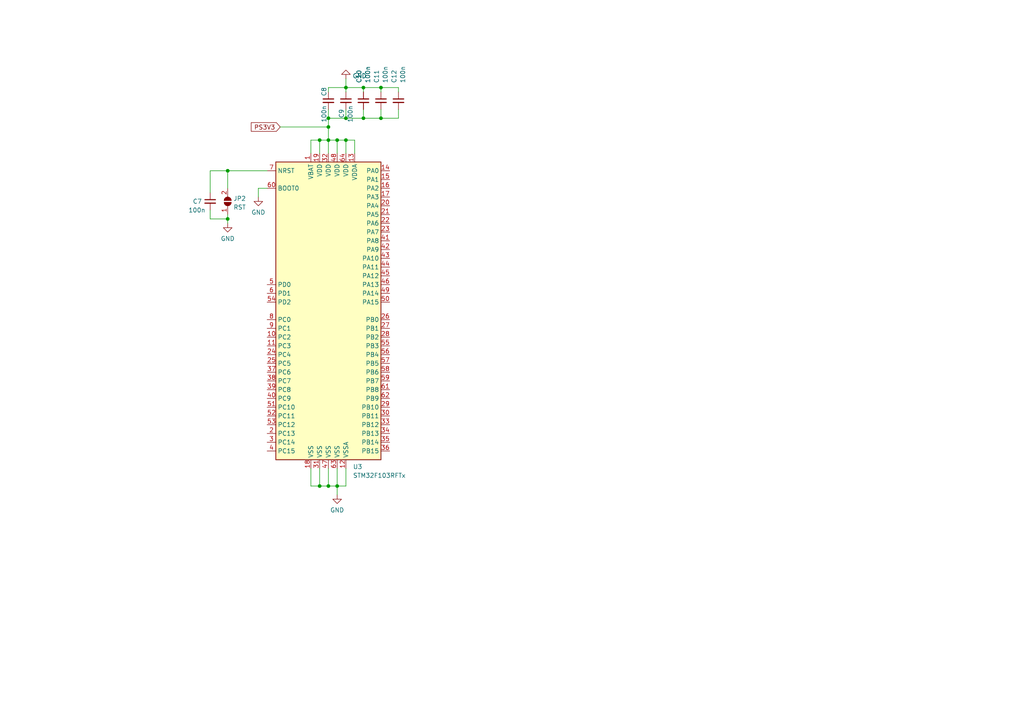
<source format=kicad_sch>
(kicad_sch (version 20211123) (generator eeschema)
  (paper "A4")
  (lib_symbols
    (symbol "Device:C_Small" (pin_numbers hide) (pin_names (offset 0.254) hide)
      (property "Reference" "C" (at 0.254 1.778 0))
      (property "Value" "C_Small" (at 0.254 -2.032 0))
      (symbol "C_Small_0_1"
        (polyline (pts (xy -1.524 -0.508) (xy 1.524 -0.508)) (stroke (width 0.3302)))
        (polyline (pts (xy -1.524 0.508) (xy 1.524 0.508)) (stroke (width 0.3048)))
      )
      (symbol "C_Small_1_1"
        (pin passive line (at 0 2.54 270) (length 2.032) (name "~") (number "1"))
        (pin passive line (at 0 -2.54 90) (length 2.032) (name "~") (number "2"))
      )
    )
    (symbol "Jumper:SolderJumper_2_Open" (pin_names (offset 0) hide)
      (property "Reference" "JP" (at 0 2.032 0))
      (property "Value" "SolderJumper_2_Open" (at 0 -2.54 0))
      (symbol "SolderJumper_2_Open_0_1"
        (arc (start -0.254 1.016) (mid -1.27 0) (end -0.254 -1.016))
        (arc (start -0.254 1.016) (mid -1.27 0) (end -0.254 -1.016) (fill (type outline)))
        (polyline (pts (xy -0.254 1.016) (xy -0.254 -1.016)))
        (polyline (pts (xy 0.254 1.016) (xy 0.254 -1.016)))
        (arc (start 0.254 -1.016) (mid 1.27 0) (end 0.254 1.016))
        (arc (start 0.254 -1.016) (mid 1.27 0) (end 0.254 1.016) (fill (type outline)))
      )
      (symbol "SolderJumper_2_Open_1_1"
        (pin passive line (at -3.81 0 0) (length 2.54) (name "A") (number "1"))
        (pin passive line (at 3.81 0 180) (length 2.54) (name "B") (number "2"))
      )
    )
    (symbol "MCU_ST_STM32F1:STM32F103RFTx"
      (property "Reference" "U" (at -15.24 44.45 0))
      (property "Value" "STM32F103RFTx" (at 10.16 44.45 0))
      (symbol "STM32F103RFTx_0_1"
        (rectangle (start -15.24 -43.18) (end 15.24 43.18) (stroke (width 0.254)) (fill (type background)))
      )
      (symbol "STM32F103RFTx_1_1"
        (pin power_in line (at -5.08 45.72 270) (length 2.54) (name "VBAT") (number "1"))
        (pin bidirectional line (at -17.78 -7.62 0) (length 2.54) (name "PC2") (number "10"))
        (pin bidirectional line (at -17.78 -10.16 0) (length 2.54) (name "PC3") (number "11"))
        (pin power_in line (at 5.08 -45.72 90) (length 2.54) (name "VSSA") (number "12"))
        (pin power_in line (at 7.62 45.72 270) (length 2.54) (name "VDDA") (number "13"))
        (pin bidirectional line (at 17.78 40.64 180) (length 2.54) (name "PA0") (number "14"))
        (pin bidirectional line (at 17.78 38.1 180) (length 2.54) (name "PA1") (number "15"))
        (pin bidirectional line (at 17.78 35.56 180) (length 2.54) (name "PA2") (number "16"))
        (pin bidirectional line (at 17.78 33.02 180) (length 2.54) (name "PA3") (number "17"))
        (pin power_in line (at -5.08 -45.72 90) (length 2.54) (name "VSS") (number "18"))
        (pin power_in line (at -2.54 45.72 270) (length 2.54) (name "VDD") (number "19"))
        (pin bidirectional line (at -17.78 -35.56 0) (length 2.54) (name "PC13") (number "2"))
        (pin bidirectional line (at 17.78 30.48 180) (length 2.54) (name "PA4") (number "20"))
        (pin bidirectional line (at 17.78 27.94 180) (length 2.54) (name "PA5") (number "21"))
        (pin bidirectional line (at 17.78 25.4 180) (length 2.54) (name "PA6") (number "22"))
        (pin bidirectional line (at 17.78 22.86 180) (length 2.54) (name "PA7") (number "23"))
        (pin bidirectional line (at -17.78 -12.7 0) (length 2.54) (name "PC4") (number "24"))
        (pin bidirectional line (at -17.78 -15.24 0) (length 2.54) (name "PC5") (number "25"))
        (pin bidirectional line (at 17.78 -2.54 180) (length 2.54) (name "PB0") (number "26"))
        (pin bidirectional line (at 17.78 -5.08 180) (length 2.54) (name "PB1") (number "27"))
        (pin bidirectional line (at 17.78 -7.62 180) (length 2.54) (name "PB2") (number "28"))
        (pin bidirectional line (at 17.78 -27.94 180) (length 2.54) (name "PB10") (number "29"))
        (pin bidirectional line (at -17.78 -38.1 0) (length 2.54) (name "PC14") (number "3"))
        (pin bidirectional line (at 17.78 -30.48 180) (length 2.54) (name "PB11") (number "30"))
        (pin power_in line (at -2.54 -45.72 90) (length 2.54) (name "VSS") (number "31"))
        (pin power_in line (at 0 45.72 270) (length 2.54) (name "VDD") (number "32"))
        (pin bidirectional line (at 17.78 -33.02 180) (length 2.54) (name "PB12") (number "33"))
        (pin bidirectional line (at 17.78 -35.56 180) (length 2.54) (name "PB13") (number "34"))
        (pin bidirectional line (at 17.78 -38.1 180) (length 2.54) (name "PB14") (number "35"))
        (pin bidirectional line (at 17.78 -40.64 180) (length 2.54) (name "PB15") (number "36"))
        (pin bidirectional line (at -17.78 -17.78 0) (length 2.54) (name "PC6") (number "37"))
        (pin bidirectional line (at -17.78 -20.32 0) (length 2.54) (name "PC7") (number "38"))
        (pin bidirectional line (at -17.78 -22.86 0) (length 2.54) (name "PC8") (number "39"))
        (pin bidirectional line (at -17.78 -40.64 0) (length 2.54) (name "PC15") (number "4"))
        (pin bidirectional line (at -17.78 -25.4 0) (length 2.54) (name "PC9") (number "40"))
        (pin bidirectional line (at 17.78 20.32 180) (length 2.54) (name "PA8") (number "41"))
        (pin bidirectional line (at 17.78 17.78 180) (length 2.54) (name "PA9") (number "42"))
        (pin bidirectional line (at 17.78 15.24 180) (length 2.54) (name "PA10") (number "43"))
        (pin bidirectional line (at 17.78 12.7 180) (length 2.54) (name "PA11") (number "44"))
        (pin bidirectional line (at 17.78 10.16 180) (length 2.54) (name "PA12") (number "45"))
        (pin bidirectional line (at 17.78 7.62 180) (length 2.54) (name "PA13") (number "46"))
        (pin power_in line (at 0 -45.72 90) (length 2.54) (name "VSS") (number "47"))
        (pin power_in line (at 2.54 45.72 270) (length 2.54) (name "VDD") (number "48"))
        (pin bidirectional line (at 17.78 5.08 180) (length 2.54) (name "PA14") (number "49"))
        (pin input line (at -17.78 7.62 0) (length 2.54) (name "PD0") (number "5"))
        (pin bidirectional line (at 17.78 2.54 180) (length 2.54) (name "PA15") (number "50"))
        (pin bidirectional line (at -17.78 -27.94 0) (length 2.54) (name "PC10") (number "51"))
        (pin bidirectional line (at -17.78 -30.48 0) (length 2.54) (name "PC11") (number "52"))
        (pin bidirectional line (at -17.78 -33.02 0) (length 2.54) (name "PC12") (number "53"))
        (pin bidirectional line (at -17.78 2.54 0) (length 2.54) (name "PD2") (number "54"))
        (pin bidirectional line (at 17.78 -10.16 180) (length 2.54) (name "PB3") (number "55"))
        (pin bidirectional line (at 17.78 -12.7 180) (length 2.54) (name "PB4") (number "56"))
        (pin bidirectional line (at 17.78 -15.24 180) (length 2.54) (name "PB5") (number "57"))
        (pin bidirectional line (at 17.78 -17.78 180) (length 2.54) (name "PB6") (number "58"))
        (pin bidirectional line (at 17.78 -20.32 180) (length 2.54) (name "PB7") (number "59"))
        (pin input line (at -17.78 5.08 0) (length 2.54) (name "PD1") (number "6"))
        (pin input line (at -17.78 35.56 0) (length 2.54) (name "BOOT0") (number "60"))
        (pin bidirectional line (at 17.78 -22.86 180) (length 2.54) (name "PB8") (number "61"))
        (pin bidirectional line (at 17.78 -25.4 180) (length 2.54) (name "PB9") (number "62"))
        (pin power_in line (at 2.54 -45.72 90) (length 2.54) (name "VSS") (number "63"))
        (pin power_in line (at 5.08 45.72 270) (length 2.54) (name "VDD") (number "64"))
        (pin input line (at -17.78 40.64 0) (length 2.54) (name "NRST") (number "7"))
        (pin bidirectional line (at -17.78 -2.54 0) (length 2.54) (name "PC0") (number "8"))
        (pin bidirectional line (at -17.78 -5.08 0) (length 2.54) (name "PC1") (number "9"))
      )
    )
    (symbol "power:GND" (power) (pin_names (offset 0))
      (property "Value" "GND" (at 0 -3.81 0))
      (symbol "GND_0_1"
        (polyline (pts (xy 0 0) (xy 0 -1.27) (xy 1.27 -1.27) (xy 0 -2.54) (xy -1.27 -1.27) (xy 0 -1.27)))
      )
      (symbol "GND_1_1"
        (pin power_in line (at 0 0 270) (length 0) hide (name "GND") (number "1"))
      )
    )
  )
  (junction (at 100.33 25.4))
  (junction (at 95.25 36.83))
  (junction (at 66.04 63.5))
  (junction (at 66.04 49.53))
  (junction (at 110.49 25.4))
  (junction (at 92.71 140.97))
  (junction (at 105.41 25.4))
  (junction (at 92.71 40.64))
  (junction (at 97.79 140.97))
  (junction (at 100.33 34.29))
  (junction (at 95.25 34.29))
  (junction (at 110.49 34.29))
  (junction (at 97.79 40.64))
  (junction (at 105.41 34.29))
  (junction (at 100.33 40.64))
  (junction (at 95.25 140.97))
  (junction (at 95.25 40.64))
  (wire (pts (xy 100.33 40.64) (xy 97.79 40.64)))
  (wire (pts (xy 74.93 57.15) (xy 74.93 54.61)))
  (wire (pts (xy 97.79 140.97) (xy 97.79 143.51)))
  (wire (pts (xy 110.49 25.4) (xy 110.49 26.67)))
  (wire (pts (xy 95.25 36.83) (xy 95.25 34.29)))
  (wire (pts (xy 90.17 40.64) (xy 90.17 44.45)))
  (wire (pts (xy 95.25 31.75) (xy 95.25 34.29)))
  (wire (pts (xy 60.96 63.5) (xy 66.04 63.5)))
  (wire (pts (xy 92.71 40.64) (xy 92.71 44.45)))
  (wire (pts (xy 110.49 31.75) (xy 110.49 34.29)))
  (wire (pts (xy 100.33 25.4) (xy 100.33 26.67)))
  (wire (pts (xy 74.93 54.61) (xy 77.47 54.61)))
  (wire (pts (xy 115.57 31.75) (xy 115.57 34.29)))
  (wire (pts (xy 95.25 40.64) (xy 92.71 40.64)))
  (wire (pts (xy 100.33 34.29) (xy 105.41 34.29)))
  (wire (pts (xy 105.41 25.4) (xy 110.49 25.4)))
  (wire (pts (xy 90.17 140.97) (xy 90.17 135.89)))
  (wire (pts (xy 66.04 63.5) (xy 66.04 64.77)))
  (wire (pts (xy 66.04 62.23) (xy 66.04 63.5)))
  (wire (pts (xy 92.71 40.64) (xy 90.17 40.64)))
  (wire (pts (xy 92.71 140.97) (xy 90.17 140.97)))
  (wire (pts (xy 100.33 31.75) (xy 100.33 34.29)))
  (wire (pts (xy 105.41 26.67) (xy 105.41 25.4)))
  (wire (pts (xy 95.25 140.97) (xy 92.71 140.97)))
  (wire (pts (xy 60.96 49.53) (xy 66.04 49.53)))
  (wire (pts (xy 97.79 140.97) (xy 95.25 140.97)))
  (wire (pts (xy 97.79 40.64) (xy 97.79 44.45)))
  (wire (pts (xy 110.49 34.29) (xy 115.57 34.29)))
  (wire (pts (xy 100.33 140.97) (xy 97.79 140.97)))
  (wire (pts (xy 105.41 31.75) (xy 105.41 34.29)))
  (wire (pts (xy 100.33 25.4) (xy 95.25 25.4)))
  (wire (pts (xy 100.33 135.89) (xy 100.33 140.97)))
  (wire (pts (xy 97.79 135.89) (xy 97.79 140.97)))
  (wire (pts (xy 77.47 49.53) (xy 66.04 49.53)))
  (wire (pts (xy 110.49 25.4) (xy 115.57 25.4)))
  (wire (pts (xy 95.25 34.29) (xy 100.33 34.29)))
  (wire (pts (xy 97.79 40.64) (xy 95.25 40.64)))
  (wire (pts (xy 95.25 25.4) (xy 95.25 26.67)))
  (wire (pts (xy 92.71 135.89) (xy 92.71 140.97)))
  (wire (pts (xy 95.25 36.83) (xy 95.25 40.64)))
  (wire (pts (xy 115.57 26.67) (xy 115.57 25.4)))
  (wire (pts (xy 66.04 49.53) (xy 66.04 54.61)))
  (wire (pts (xy 105.41 25.4) (xy 100.33 25.4)))
  (wire (pts (xy 102.87 40.64) (xy 100.33 40.64)))
  (wire (pts (xy 60.96 60.96) (xy 60.96 63.5)))
  (wire (pts (xy 60.96 55.88) (xy 60.96 49.53)))
  (wire (pts (xy 100.33 40.64) (xy 100.33 44.45)))
  (wire (pts (xy 100.33 22.86) (xy 100.33 25.4)))
  (wire (pts (xy 95.25 135.89) (xy 95.25 140.97)))
  (wire (pts (xy 102.87 44.45) (xy 102.87 40.64)))
  (wire (pts (xy 95.25 40.64) (xy 95.25 44.45)))
  (wire (pts (xy 81.28 36.83) (xy 95.25 36.83)))
  (wire (pts (xy 105.41 34.29) (xy 110.49 34.29)))
  (global_label "PS3V3" (shape input) (at 81.28 36.83 180) (property "Intersheet References" "${INTERSHEET_REFS}" (effects hide)))
  (symbol (lib_id "power:GND") (at 97.79 143.51 0) (unit 1)
    (property "Reference" "#PWR0109" (effects hide))
    (property "Value" "GND" (at 97.79 147.9534 0))
  )
  (symbol (lib_id "Device:C_Small") (at 105.41 29.21 0) (unit 1)
    (property "Reference" "C10" (at 104.14 24.13 90) (effects (justify left)))
    (property "Value" "100n" (at 106.68 24.13 90) (effects (justify left)))
    (property "Footprint" "Capacitor_SMD:C_0402_1005Metric" (effects hide))
  )
  (symbol (lib_id "power:GND") (at 66.04 64.77 0) (unit 1)
    (property "Reference" "#PWR0111" (effects hide))
    (property "Value" "GND" (at 66.04 69.2134 0))
  )
  (symbol (lib_id "Device:C_Small") (at 60.96 58.42 0) (unit 1)
    (property "Reference" "C7" (at 55.88 58.42 0) (effects (justify left)))
    (property "Value" "100n" (at 54.61 60.96 0) (effects (justify left)))
    (property "Footprint" "Capacitor_SMD:C_0402_1005Metric" (effects hide))
  )
  (symbol (lib_id "power:GND") (at 74.93 57.15 0) (unit 1)
    (property "Reference" "#PWR0110" (effects hide))
    (property "Value" "GND" (at 74.93 61.5934 0))
  )
  (symbol (lib_id "Jumper:SolderJumper_2_Open") (at 66.04 58.42 90) (unit 1)
    (property "Reference" "JP2" (at 67.691 57.5853 90) (effects (justify right)))
    (property "Value" "RST" (at 67.691 60.1222 90) (effects (justify right)))
  )
  (symbol (lib_id "power:GND") (at 100.33 22.86 180) (unit 1)
    (property "Reference" "#PWR0112" (effects hide))
    (property "Value" "GND" (at 102.235 22.0238 0) (effects (justify right)))
  )
  (symbol (lib_id "Device:C_Small") (at 100.33 29.21 0) (unit 1)
    (property "Reference" "C9" (at 99.06 34.29 90) (effects (justify left)))
    (property "Value" "100n" (at 101.6 35.56 90) (effects (justify left)))
    (property "Footprint" "Capacitor_SMD:C_0402_1005Metric" (effects hide))
  )
  (symbol (lib_id "Device:C_Small") (at 95.25 29.21 0) (unit 1)
    (property "Reference" "C8" (at 93.98 27.94 90) (effects (justify left)))
    (property "Value" "100n" (at 93.98 35.56 90) (effects (justify left)))
    (property "Footprint" "Capacitor_SMD:C_0402_1005Metric" (effects hide))
  )
  (symbol (lib_id "Device:C_Small") (at 115.57 29.21 0) (unit 1)
    (property "Reference" "C12" (at 114.3 24.13 90) (effects (justify left)))
    (property "Value" "100n" (at 116.84 24.13 90) (effects (justify left)))
    (property "Footprint" "Capacitor_SMD:C_0402_1005Metric" (effects hide))
  )
  (symbol (lib_id "Device:C_Small") (at 110.49 29.21 0) (unit 1)
    (property "Reference" "C11" (at 109.22 24.13 90) (effects (justify left)))
    (property "Value" "100n" (at 111.76 24.13 90) (effects (justify left)))
    (property "Footprint" "Capacitor_SMD:C_0402_1005Metric" (effects hide))
  )
  (symbol (lib_id "MCU_ST_STM32F1:STM32F103RFTx") (at 95.25 90.17 0) (unit 1)
    (property "Reference" "U3" (at 102.3494 135.3804 0) (effects (justify left)))
    (property "Value" "STM32F103RFTx" (at 102.3494 137.9173 0) (effects (justify left)))
    (property "Footprint" "Package_QFP:LQFP-64_10x10mm_P0.5mm" (effects hide))
    (property "Datasheet" "http://www.st.com/st-web-ui/static/active/en/resource/technical/document/datasheet/CD00253742.pdf" (effects hide))
  )
)
</source>
